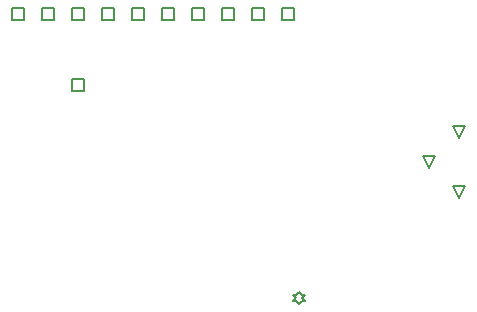
<source format=gbr>
%TF.GenerationSoftware,Altium Limited,Altium Designer,24.0.1 (36)*%
G04 Layer_Color=2752767*
%FSLAX45Y45*%
%MOMM*%
%TF.SameCoordinates,8AA56912-9505-4270-891B-A046144FA8B4*%
%TF.FilePolarity,Positive*%
%TF.FileFunction,Drawing*%
%TF.Part,Single*%
G01*
G75*
%TA.AperFunction,NonConductor*%
%ADD40C,0.12700*%
D40*
X10400000Y6299200D02*
X10425400Y6324600D01*
X10450800D01*
X10425400Y6350000D01*
X10450800Y6375400D01*
X10425400D01*
X10400000Y6400800D01*
X10374600Y6375400D01*
X10349200D01*
X10374600Y6350000D01*
X10349200Y6324600D01*
X10374600D01*
X10400000Y6299200D01*
X10255200Y8699200D02*
Y8800800D01*
X10356800D01*
Y8699200D01*
X10255200D01*
X10001200D02*
Y8800800D01*
X10102800D01*
Y8699200D01*
X10001200D01*
X8731200D02*
Y8800800D01*
X8832800D01*
Y8699200D01*
X8731200D01*
X8477200D02*
Y8800800D01*
X8578800D01*
Y8699200D01*
X8477200D01*
X8223200D02*
Y8800800D01*
X8324800D01*
Y8699200D01*
X8223200D01*
X7969200D02*
Y8800800D01*
X8070800D01*
Y8699200D01*
X7969200D01*
X8985200D02*
Y8800800D01*
X9086800D01*
Y8699200D01*
X8985200D01*
X9239200D02*
Y8800800D01*
X9340800D01*
Y8699200D01*
X9239200D01*
X9493200D02*
Y8800800D01*
X9594800D01*
Y8699200D01*
X9493200D01*
X9747200D02*
Y8800800D01*
X9848800D01*
Y8699200D01*
X9747200D01*
X11500000Y7449200D02*
X11449200Y7550800D01*
X11550800D01*
X11500000Y7449200D01*
X11754000Y7195200D02*
X11703200Y7296800D01*
X11804800D01*
X11754000Y7195200D01*
Y7703200D02*
X11703200Y7804800D01*
X11804800D01*
X11754000Y7703200D01*
X8477200Y8099200D02*
Y8200800D01*
X8578800D01*
Y8099200D01*
X8477200D01*
%TF.MD5,02b202b97dbdc69bc80034108ff0a149*%
M02*

</source>
